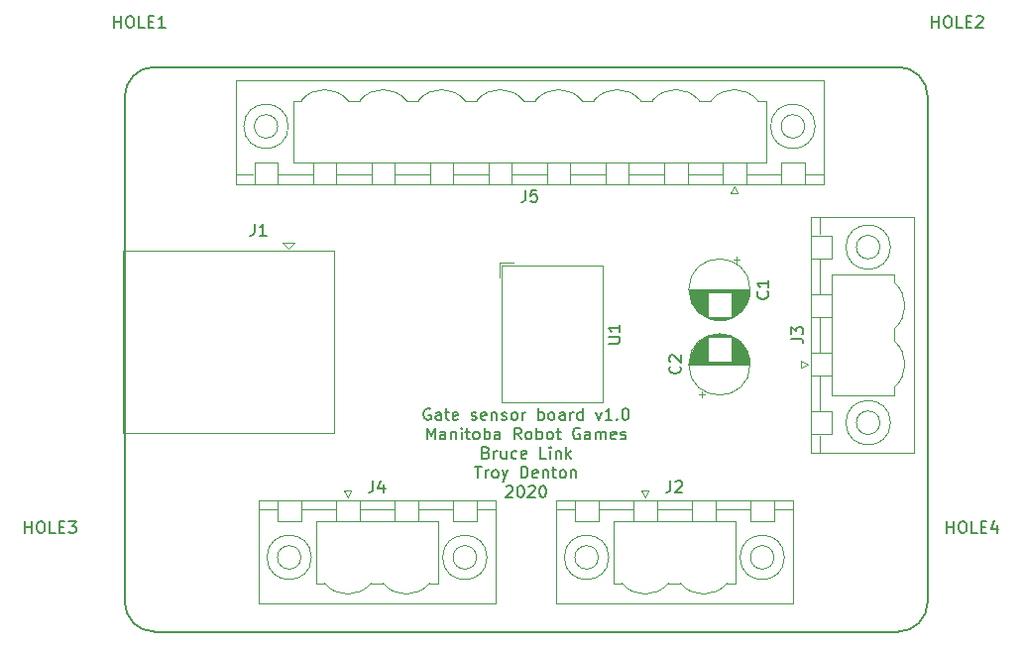
<source format=gbr>
G04 #@! TF.GenerationSoftware,KiCad,Pcbnew,(5.1.4)*
G04 #@! TF.CreationDate,2020-02-25T01:22:36-06:00*
G04 #@! TF.ProjectId,gate board,67617465-2062-46f6-9172-642e6b696361,rev?*
G04 #@! TF.SameCoordinates,Original*
G04 #@! TF.FileFunction,Legend,Top*
G04 #@! TF.FilePolarity,Positive*
%FSLAX46Y46*%
G04 Gerber Fmt 4.6, Leading zero omitted, Abs format (unit mm)*
G04 Created by KiCad (PCBNEW (5.1.4)) date 2020-02-25 01:22:36*
%MOMM*%
%LPD*%
G04 APERTURE LIST*
%ADD10C,0.150000*%
%ADD11C,0.120000*%
%ADD12O,2.200000X3.800000*%
%ADD13C,0.100000*%
%ADD14C,2.200000*%
%ADD15C,1.700000*%
%ADD16R,1.700000X1.700000*%
%ADD17C,3.400000*%
%ADD18C,5.500000*%
%ADD19C,1.800000*%
%ADD20R,1.800000X1.800000*%
%ADD21O,3.800000X2.200000*%
%ADD22O,2.500000X1.700000*%
%ADD23R,2.500000X1.700000*%
G04 APERTURE END LIST*
D10*
X42609523Y-41920000D02*
X42514285Y-41872380D01*
X42371428Y-41872380D01*
X42228571Y-41920000D01*
X42133333Y-42015238D01*
X42085714Y-42110476D01*
X42038095Y-42300952D01*
X42038095Y-42443809D01*
X42085714Y-42634285D01*
X42133333Y-42729523D01*
X42228571Y-42824761D01*
X42371428Y-42872380D01*
X42466666Y-42872380D01*
X42609523Y-42824761D01*
X42657142Y-42777142D01*
X42657142Y-42443809D01*
X42466666Y-42443809D01*
X43514285Y-42872380D02*
X43514285Y-42348571D01*
X43466666Y-42253333D01*
X43371428Y-42205714D01*
X43180952Y-42205714D01*
X43085714Y-42253333D01*
X43514285Y-42824761D02*
X43419047Y-42872380D01*
X43180952Y-42872380D01*
X43085714Y-42824761D01*
X43038095Y-42729523D01*
X43038095Y-42634285D01*
X43085714Y-42539047D01*
X43180952Y-42491428D01*
X43419047Y-42491428D01*
X43514285Y-42443809D01*
X43847619Y-42205714D02*
X44228571Y-42205714D01*
X43990476Y-41872380D02*
X43990476Y-42729523D01*
X44038095Y-42824761D01*
X44133333Y-42872380D01*
X44228571Y-42872380D01*
X44942857Y-42824761D02*
X44847619Y-42872380D01*
X44657142Y-42872380D01*
X44561904Y-42824761D01*
X44514285Y-42729523D01*
X44514285Y-42348571D01*
X44561904Y-42253333D01*
X44657142Y-42205714D01*
X44847619Y-42205714D01*
X44942857Y-42253333D01*
X44990476Y-42348571D01*
X44990476Y-42443809D01*
X44514285Y-42539047D01*
X46133333Y-42824761D02*
X46228571Y-42872380D01*
X46419047Y-42872380D01*
X46514285Y-42824761D01*
X46561904Y-42729523D01*
X46561904Y-42681904D01*
X46514285Y-42586666D01*
X46419047Y-42539047D01*
X46276190Y-42539047D01*
X46180952Y-42491428D01*
X46133333Y-42396190D01*
X46133333Y-42348571D01*
X46180952Y-42253333D01*
X46276190Y-42205714D01*
X46419047Y-42205714D01*
X46514285Y-42253333D01*
X47371428Y-42824761D02*
X47276190Y-42872380D01*
X47085714Y-42872380D01*
X46990476Y-42824761D01*
X46942857Y-42729523D01*
X46942857Y-42348571D01*
X46990476Y-42253333D01*
X47085714Y-42205714D01*
X47276190Y-42205714D01*
X47371428Y-42253333D01*
X47419047Y-42348571D01*
X47419047Y-42443809D01*
X46942857Y-42539047D01*
X47847619Y-42205714D02*
X47847619Y-42872380D01*
X47847619Y-42300952D02*
X47895238Y-42253333D01*
X47990476Y-42205714D01*
X48133333Y-42205714D01*
X48228571Y-42253333D01*
X48276190Y-42348571D01*
X48276190Y-42872380D01*
X48704761Y-42824761D02*
X48800000Y-42872380D01*
X48990476Y-42872380D01*
X49085714Y-42824761D01*
X49133333Y-42729523D01*
X49133333Y-42681904D01*
X49085714Y-42586666D01*
X48990476Y-42539047D01*
X48847619Y-42539047D01*
X48752380Y-42491428D01*
X48704761Y-42396190D01*
X48704761Y-42348571D01*
X48752380Y-42253333D01*
X48847619Y-42205714D01*
X48990476Y-42205714D01*
X49085714Y-42253333D01*
X49704761Y-42872380D02*
X49609523Y-42824761D01*
X49561904Y-42777142D01*
X49514285Y-42681904D01*
X49514285Y-42396190D01*
X49561904Y-42300952D01*
X49609523Y-42253333D01*
X49704761Y-42205714D01*
X49847619Y-42205714D01*
X49942857Y-42253333D01*
X49990476Y-42300952D01*
X50038095Y-42396190D01*
X50038095Y-42681904D01*
X49990476Y-42777142D01*
X49942857Y-42824761D01*
X49847619Y-42872380D01*
X49704761Y-42872380D01*
X50466666Y-42872380D02*
X50466666Y-42205714D01*
X50466666Y-42396190D02*
X50514285Y-42300952D01*
X50561904Y-42253333D01*
X50657142Y-42205714D01*
X50752380Y-42205714D01*
X51847619Y-42872380D02*
X51847619Y-41872380D01*
X51847619Y-42253333D02*
X51942857Y-42205714D01*
X52133333Y-42205714D01*
X52228571Y-42253333D01*
X52276190Y-42300952D01*
X52323809Y-42396190D01*
X52323809Y-42681904D01*
X52276190Y-42777142D01*
X52228571Y-42824761D01*
X52133333Y-42872380D01*
X51942857Y-42872380D01*
X51847619Y-42824761D01*
X52895238Y-42872380D02*
X52800000Y-42824761D01*
X52752380Y-42777142D01*
X52704761Y-42681904D01*
X52704761Y-42396190D01*
X52752380Y-42300952D01*
X52800000Y-42253333D01*
X52895238Y-42205714D01*
X53038095Y-42205714D01*
X53133333Y-42253333D01*
X53180952Y-42300952D01*
X53228571Y-42396190D01*
X53228571Y-42681904D01*
X53180952Y-42777142D01*
X53133333Y-42824761D01*
X53038095Y-42872380D01*
X52895238Y-42872380D01*
X54085714Y-42872380D02*
X54085714Y-42348571D01*
X54038095Y-42253333D01*
X53942857Y-42205714D01*
X53752380Y-42205714D01*
X53657142Y-42253333D01*
X54085714Y-42824761D02*
X53990476Y-42872380D01*
X53752380Y-42872380D01*
X53657142Y-42824761D01*
X53609523Y-42729523D01*
X53609523Y-42634285D01*
X53657142Y-42539047D01*
X53752380Y-42491428D01*
X53990476Y-42491428D01*
X54085714Y-42443809D01*
X54561904Y-42872380D02*
X54561904Y-42205714D01*
X54561904Y-42396190D02*
X54609523Y-42300952D01*
X54657142Y-42253333D01*
X54752380Y-42205714D01*
X54847619Y-42205714D01*
X55609523Y-42872380D02*
X55609523Y-41872380D01*
X55609523Y-42824761D02*
X55514285Y-42872380D01*
X55323809Y-42872380D01*
X55228571Y-42824761D01*
X55180952Y-42777142D01*
X55133333Y-42681904D01*
X55133333Y-42396190D01*
X55180952Y-42300952D01*
X55228571Y-42253333D01*
X55323809Y-42205714D01*
X55514285Y-42205714D01*
X55609523Y-42253333D01*
X56752380Y-42205714D02*
X56990476Y-42872380D01*
X57228571Y-42205714D01*
X58133333Y-42872380D02*
X57561904Y-42872380D01*
X57847619Y-42872380D02*
X57847619Y-41872380D01*
X57752380Y-42015238D01*
X57657142Y-42110476D01*
X57561904Y-42158095D01*
X58561904Y-42777142D02*
X58609523Y-42824761D01*
X58561904Y-42872380D01*
X58514285Y-42824761D01*
X58561904Y-42777142D01*
X58561904Y-42872380D01*
X59228571Y-41872380D02*
X59323809Y-41872380D01*
X59419047Y-41920000D01*
X59466666Y-41967619D01*
X59514285Y-42062857D01*
X59561904Y-42253333D01*
X59561904Y-42491428D01*
X59514285Y-42681904D01*
X59466666Y-42777142D01*
X59419047Y-42824761D01*
X59323809Y-42872380D01*
X59228571Y-42872380D01*
X59133333Y-42824761D01*
X59085714Y-42777142D01*
X59038095Y-42681904D01*
X58990476Y-42491428D01*
X58990476Y-42253333D01*
X59038095Y-42062857D01*
X59085714Y-41967619D01*
X59133333Y-41920000D01*
X59228571Y-41872380D01*
X42323809Y-44522380D02*
X42323809Y-43522380D01*
X42657142Y-44236666D01*
X42990476Y-43522380D01*
X42990476Y-44522380D01*
X43895238Y-44522380D02*
X43895238Y-43998571D01*
X43847619Y-43903333D01*
X43752380Y-43855714D01*
X43561904Y-43855714D01*
X43466666Y-43903333D01*
X43895238Y-44474761D02*
X43800000Y-44522380D01*
X43561904Y-44522380D01*
X43466666Y-44474761D01*
X43419047Y-44379523D01*
X43419047Y-44284285D01*
X43466666Y-44189047D01*
X43561904Y-44141428D01*
X43800000Y-44141428D01*
X43895238Y-44093809D01*
X44371428Y-43855714D02*
X44371428Y-44522380D01*
X44371428Y-43950952D02*
X44419047Y-43903333D01*
X44514285Y-43855714D01*
X44657142Y-43855714D01*
X44752380Y-43903333D01*
X44800000Y-43998571D01*
X44800000Y-44522380D01*
X45276190Y-44522380D02*
X45276190Y-43855714D01*
X45276190Y-43522380D02*
X45228571Y-43570000D01*
X45276190Y-43617619D01*
X45323809Y-43570000D01*
X45276190Y-43522380D01*
X45276190Y-43617619D01*
X45609523Y-43855714D02*
X45990476Y-43855714D01*
X45752380Y-43522380D02*
X45752380Y-44379523D01*
X45800000Y-44474761D01*
X45895238Y-44522380D01*
X45990476Y-44522380D01*
X46466666Y-44522380D02*
X46371428Y-44474761D01*
X46323809Y-44427142D01*
X46276190Y-44331904D01*
X46276190Y-44046190D01*
X46323809Y-43950952D01*
X46371428Y-43903333D01*
X46466666Y-43855714D01*
X46609523Y-43855714D01*
X46704761Y-43903333D01*
X46752380Y-43950952D01*
X46800000Y-44046190D01*
X46800000Y-44331904D01*
X46752380Y-44427142D01*
X46704761Y-44474761D01*
X46609523Y-44522380D01*
X46466666Y-44522380D01*
X47228571Y-44522380D02*
X47228571Y-43522380D01*
X47228571Y-43903333D02*
X47323809Y-43855714D01*
X47514285Y-43855714D01*
X47609523Y-43903333D01*
X47657142Y-43950952D01*
X47704761Y-44046190D01*
X47704761Y-44331904D01*
X47657142Y-44427142D01*
X47609523Y-44474761D01*
X47514285Y-44522380D01*
X47323809Y-44522380D01*
X47228571Y-44474761D01*
X48561904Y-44522380D02*
X48561904Y-43998571D01*
X48514285Y-43903333D01*
X48419047Y-43855714D01*
X48228571Y-43855714D01*
X48133333Y-43903333D01*
X48561904Y-44474761D02*
X48466666Y-44522380D01*
X48228571Y-44522380D01*
X48133333Y-44474761D01*
X48085714Y-44379523D01*
X48085714Y-44284285D01*
X48133333Y-44189047D01*
X48228571Y-44141428D01*
X48466666Y-44141428D01*
X48561904Y-44093809D01*
X50371428Y-44522380D02*
X50038095Y-44046190D01*
X49800000Y-44522380D02*
X49800000Y-43522380D01*
X50180952Y-43522380D01*
X50276190Y-43570000D01*
X50323809Y-43617619D01*
X50371428Y-43712857D01*
X50371428Y-43855714D01*
X50323809Y-43950952D01*
X50276190Y-43998571D01*
X50180952Y-44046190D01*
X49800000Y-44046190D01*
X50942857Y-44522380D02*
X50847619Y-44474761D01*
X50800000Y-44427142D01*
X50752380Y-44331904D01*
X50752380Y-44046190D01*
X50800000Y-43950952D01*
X50847619Y-43903333D01*
X50942857Y-43855714D01*
X51085714Y-43855714D01*
X51180952Y-43903333D01*
X51228571Y-43950952D01*
X51276190Y-44046190D01*
X51276190Y-44331904D01*
X51228571Y-44427142D01*
X51180952Y-44474761D01*
X51085714Y-44522380D01*
X50942857Y-44522380D01*
X51704761Y-44522380D02*
X51704761Y-43522380D01*
X51704761Y-43903333D02*
X51800000Y-43855714D01*
X51990476Y-43855714D01*
X52085714Y-43903333D01*
X52133333Y-43950952D01*
X52180952Y-44046190D01*
X52180952Y-44331904D01*
X52133333Y-44427142D01*
X52085714Y-44474761D01*
X51990476Y-44522380D01*
X51800000Y-44522380D01*
X51704761Y-44474761D01*
X52752380Y-44522380D02*
X52657142Y-44474761D01*
X52609523Y-44427142D01*
X52561904Y-44331904D01*
X52561904Y-44046190D01*
X52609523Y-43950952D01*
X52657142Y-43903333D01*
X52752380Y-43855714D01*
X52895238Y-43855714D01*
X52990476Y-43903333D01*
X53038095Y-43950952D01*
X53085714Y-44046190D01*
X53085714Y-44331904D01*
X53038095Y-44427142D01*
X52990476Y-44474761D01*
X52895238Y-44522380D01*
X52752380Y-44522380D01*
X53371428Y-43855714D02*
X53752380Y-43855714D01*
X53514285Y-43522380D02*
X53514285Y-44379523D01*
X53561904Y-44474761D01*
X53657142Y-44522380D01*
X53752380Y-44522380D01*
X55371428Y-43570000D02*
X55276190Y-43522380D01*
X55133333Y-43522380D01*
X54990476Y-43570000D01*
X54895238Y-43665238D01*
X54847619Y-43760476D01*
X54800000Y-43950952D01*
X54800000Y-44093809D01*
X54847619Y-44284285D01*
X54895238Y-44379523D01*
X54990476Y-44474761D01*
X55133333Y-44522380D01*
X55228571Y-44522380D01*
X55371428Y-44474761D01*
X55419047Y-44427142D01*
X55419047Y-44093809D01*
X55228571Y-44093809D01*
X56276190Y-44522380D02*
X56276190Y-43998571D01*
X56228571Y-43903333D01*
X56133333Y-43855714D01*
X55942857Y-43855714D01*
X55847619Y-43903333D01*
X56276190Y-44474761D02*
X56180952Y-44522380D01*
X55942857Y-44522380D01*
X55847619Y-44474761D01*
X55800000Y-44379523D01*
X55800000Y-44284285D01*
X55847619Y-44189047D01*
X55942857Y-44141428D01*
X56180952Y-44141428D01*
X56276190Y-44093809D01*
X56752380Y-44522380D02*
X56752380Y-43855714D01*
X56752380Y-43950952D02*
X56800000Y-43903333D01*
X56895238Y-43855714D01*
X57038095Y-43855714D01*
X57133333Y-43903333D01*
X57180952Y-43998571D01*
X57180952Y-44522380D01*
X57180952Y-43998571D02*
X57228571Y-43903333D01*
X57323809Y-43855714D01*
X57466666Y-43855714D01*
X57561904Y-43903333D01*
X57609523Y-43998571D01*
X57609523Y-44522380D01*
X58466666Y-44474761D02*
X58371428Y-44522380D01*
X58180952Y-44522380D01*
X58085714Y-44474761D01*
X58038095Y-44379523D01*
X58038095Y-43998571D01*
X58085714Y-43903333D01*
X58180952Y-43855714D01*
X58371428Y-43855714D01*
X58466666Y-43903333D01*
X58514285Y-43998571D01*
X58514285Y-44093809D01*
X58038095Y-44189047D01*
X58895238Y-44474761D02*
X58990476Y-44522380D01*
X59180952Y-44522380D01*
X59276190Y-44474761D01*
X59323809Y-44379523D01*
X59323809Y-44331904D01*
X59276190Y-44236666D01*
X59180952Y-44189047D01*
X59038095Y-44189047D01*
X58942857Y-44141428D01*
X58895238Y-44046190D01*
X58895238Y-43998571D01*
X58942857Y-43903333D01*
X59038095Y-43855714D01*
X59180952Y-43855714D01*
X59276190Y-43903333D01*
X47371428Y-45648571D02*
X47514285Y-45696190D01*
X47561904Y-45743809D01*
X47609523Y-45839047D01*
X47609523Y-45981904D01*
X47561904Y-46077142D01*
X47514285Y-46124761D01*
X47419047Y-46172380D01*
X47038095Y-46172380D01*
X47038095Y-45172380D01*
X47371428Y-45172380D01*
X47466666Y-45220000D01*
X47514285Y-45267619D01*
X47561904Y-45362857D01*
X47561904Y-45458095D01*
X47514285Y-45553333D01*
X47466666Y-45600952D01*
X47371428Y-45648571D01*
X47038095Y-45648571D01*
X48038095Y-46172380D02*
X48038095Y-45505714D01*
X48038095Y-45696190D02*
X48085714Y-45600952D01*
X48133333Y-45553333D01*
X48228571Y-45505714D01*
X48323809Y-45505714D01*
X49085714Y-45505714D02*
X49085714Y-46172380D01*
X48657142Y-45505714D02*
X48657142Y-46029523D01*
X48704761Y-46124761D01*
X48800000Y-46172380D01*
X48942857Y-46172380D01*
X49038095Y-46124761D01*
X49085714Y-46077142D01*
X49990476Y-46124761D02*
X49895238Y-46172380D01*
X49704761Y-46172380D01*
X49609523Y-46124761D01*
X49561904Y-46077142D01*
X49514285Y-45981904D01*
X49514285Y-45696190D01*
X49561904Y-45600952D01*
X49609523Y-45553333D01*
X49704761Y-45505714D01*
X49895238Y-45505714D01*
X49990476Y-45553333D01*
X50800000Y-46124761D02*
X50704761Y-46172380D01*
X50514285Y-46172380D01*
X50419047Y-46124761D01*
X50371428Y-46029523D01*
X50371428Y-45648571D01*
X50419047Y-45553333D01*
X50514285Y-45505714D01*
X50704761Y-45505714D01*
X50800000Y-45553333D01*
X50847619Y-45648571D01*
X50847619Y-45743809D01*
X50371428Y-45839047D01*
X52514285Y-46172380D02*
X52038095Y-46172380D01*
X52038095Y-45172380D01*
X52847619Y-46172380D02*
X52847619Y-45505714D01*
X52847619Y-45172380D02*
X52800000Y-45220000D01*
X52847619Y-45267619D01*
X52895238Y-45220000D01*
X52847619Y-45172380D01*
X52847619Y-45267619D01*
X53323809Y-45505714D02*
X53323809Y-46172380D01*
X53323809Y-45600952D02*
X53371428Y-45553333D01*
X53466666Y-45505714D01*
X53609523Y-45505714D01*
X53704761Y-45553333D01*
X53752380Y-45648571D01*
X53752380Y-46172380D01*
X54228571Y-46172380D02*
X54228571Y-45172380D01*
X54323809Y-45791428D02*
X54609523Y-46172380D01*
X54609523Y-45505714D02*
X54228571Y-45886666D01*
X46419047Y-46822380D02*
X46990476Y-46822380D01*
X46704761Y-47822380D02*
X46704761Y-46822380D01*
X47323809Y-47822380D02*
X47323809Y-47155714D01*
X47323809Y-47346190D02*
X47371428Y-47250952D01*
X47419047Y-47203333D01*
X47514285Y-47155714D01*
X47609523Y-47155714D01*
X48085714Y-47822380D02*
X47990476Y-47774761D01*
X47942857Y-47727142D01*
X47895238Y-47631904D01*
X47895238Y-47346190D01*
X47942857Y-47250952D01*
X47990476Y-47203333D01*
X48085714Y-47155714D01*
X48228571Y-47155714D01*
X48323809Y-47203333D01*
X48371428Y-47250952D01*
X48419047Y-47346190D01*
X48419047Y-47631904D01*
X48371428Y-47727142D01*
X48323809Y-47774761D01*
X48228571Y-47822380D01*
X48085714Y-47822380D01*
X48752380Y-47155714D02*
X48990476Y-47822380D01*
X49228571Y-47155714D02*
X48990476Y-47822380D01*
X48895238Y-48060476D01*
X48847619Y-48108095D01*
X48752380Y-48155714D01*
X50371428Y-47822380D02*
X50371428Y-46822380D01*
X50609523Y-46822380D01*
X50752380Y-46870000D01*
X50847619Y-46965238D01*
X50895238Y-47060476D01*
X50942857Y-47250952D01*
X50942857Y-47393809D01*
X50895238Y-47584285D01*
X50847619Y-47679523D01*
X50752380Y-47774761D01*
X50609523Y-47822380D01*
X50371428Y-47822380D01*
X51752380Y-47774761D02*
X51657142Y-47822380D01*
X51466666Y-47822380D01*
X51371428Y-47774761D01*
X51323809Y-47679523D01*
X51323809Y-47298571D01*
X51371428Y-47203333D01*
X51466666Y-47155714D01*
X51657142Y-47155714D01*
X51752380Y-47203333D01*
X51800000Y-47298571D01*
X51800000Y-47393809D01*
X51323809Y-47489047D01*
X52228571Y-47155714D02*
X52228571Y-47822380D01*
X52228571Y-47250952D02*
X52276190Y-47203333D01*
X52371428Y-47155714D01*
X52514285Y-47155714D01*
X52609523Y-47203333D01*
X52657142Y-47298571D01*
X52657142Y-47822380D01*
X52990476Y-47155714D02*
X53371428Y-47155714D01*
X53133333Y-46822380D02*
X53133333Y-47679523D01*
X53180952Y-47774761D01*
X53276190Y-47822380D01*
X53371428Y-47822380D01*
X53847619Y-47822380D02*
X53752380Y-47774761D01*
X53704761Y-47727142D01*
X53657142Y-47631904D01*
X53657142Y-47346190D01*
X53704761Y-47250952D01*
X53752380Y-47203333D01*
X53847619Y-47155714D01*
X53990476Y-47155714D01*
X54085714Y-47203333D01*
X54133333Y-47250952D01*
X54180952Y-47346190D01*
X54180952Y-47631904D01*
X54133333Y-47727142D01*
X54085714Y-47774761D01*
X53990476Y-47822380D01*
X53847619Y-47822380D01*
X54609523Y-47155714D02*
X54609523Y-47822380D01*
X54609523Y-47250952D02*
X54657142Y-47203333D01*
X54752380Y-47155714D01*
X54895238Y-47155714D01*
X54990476Y-47203333D01*
X55038095Y-47298571D01*
X55038095Y-47822380D01*
X49085714Y-48567619D02*
X49133333Y-48520000D01*
X49228571Y-48472380D01*
X49466666Y-48472380D01*
X49561904Y-48520000D01*
X49609523Y-48567619D01*
X49657142Y-48662857D01*
X49657142Y-48758095D01*
X49609523Y-48900952D01*
X49038095Y-49472380D01*
X49657142Y-49472380D01*
X50276190Y-48472380D02*
X50371428Y-48472380D01*
X50466666Y-48520000D01*
X50514285Y-48567619D01*
X50561904Y-48662857D01*
X50609523Y-48853333D01*
X50609523Y-49091428D01*
X50561904Y-49281904D01*
X50514285Y-49377142D01*
X50466666Y-49424761D01*
X50371428Y-49472380D01*
X50276190Y-49472380D01*
X50180952Y-49424761D01*
X50133333Y-49377142D01*
X50085714Y-49281904D01*
X50038095Y-49091428D01*
X50038095Y-48853333D01*
X50085714Y-48662857D01*
X50133333Y-48567619D01*
X50180952Y-48520000D01*
X50276190Y-48472380D01*
X50990476Y-48567619D02*
X51038095Y-48520000D01*
X51133333Y-48472380D01*
X51371428Y-48472380D01*
X51466666Y-48520000D01*
X51514285Y-48567619D01*
X51561904Y-48662857D01*
X51561904Y-48758095D01*
X51514285Y-48900952D01*
X50942857Y-49472380D01*
X51561904Y-49472380D01*
X52180952Y-48472380D02*
X52276190Y-48472380D01*
X52371428Y-48520000D01*
X52419047Y-48567619D01*
X52466666Y-48662857D01*
X52514285Y-48853333D01*
X52514285Y-49091428D01*
X52466666Y-49281904D01*
X52419047Y-49377142D01*
X52371428Y-49424761D01*
X52276190Y-49472380D01*
X52180952Y-49472380D01*
X52085714Y-49424761D01*
X52038095Y-49377142D01*
X51990476Y-49281904D01*
X51942857Y-49091428D01*
X51942857Y-48853333D01*
X51990476Y-48662857D01*
X52038095Y-48567619D01*
X52085714Y-48520000D01*
X52180952Y-48472380D01*
X85090000Y-58420000D02*
G75*
G02X82550000Y-60960000I-2540000J0D01*
G01*
X19050000Y-60960000D02*
G75*
G02X16510000Y-58420000I0J2540000D01*
G01*
X16510000Y-15240000D02*
G75*
G02X19050000Y-12700000I2540000J0D01*
G01*
X82550000Y-12700000D02*
G75*
G02X85090000Y-15240000I0J-2540000D01*
G01*
X16510000Y-58420000D02*
X16510000Y-15240000D01*
X82550000Y-60960000D02*
X19050000Y-60960000D01*
X85090000Y-15240000D02*
X85090000Y-58420000D01*
X19050000Y-12700000D02*
X82550000Y-12700000D01*
D11*
X60660000Y-48900000D02*
X61260000Y-48900000D01*
X60960000Y-49500000D02*
X60660000Y-48900000D01*
X61260000Y-48900000D02*
X60960000Y-49500000D01*
X68660000Y-56810000D02*
X67960000Y-56810000D01*
X68660000Y-51510000D02*
X68660000Y-56810000D01*
X58260000Y-51510000D02*
X68660000Y-51510000D01*
X58260000Y-56810000D02*
X58260000Y-51510000D01*
X58960000Y-56810000D02*
X58260000Y-56810000D01*
X62960000Y-56810000D02*
X63960000Y-56810000D01*
X66960000Y-51510000D02*
X64960000Y-51510000D01*
X66960000Y-49700000D02*
X66960000Y-51510000D01*
X64960000Y-49700000D02*
X66960000Y-49700000D01*
X64960000Y-51510000D02*
X64960000Y-49700000D01*
X61960000Y-51510000D02*
X59960000Y-51510000D01*
X61960000Y-49700000D02*
X61960000Y-51510000D01*
X59960000Y-49700000D02*
X61960000Y-49700000D01*
X59960000Y-51510000D02*
X59960000Y-49700000D01*
X66960000Y-50510000D02*
X69960000Y-50510000D01*
X56960000Y-50510000D02*
X59960000Y-50510000D01*
X71960000Y-51510000D02*
X69960000Y-51510000D01*
X71960000Y-49700000D02*
X71960000Y-51510000D01*
X69960000Y-49700000D02*
X71960000Y-49700000D01*
X69960000Y-51510000D02*
X69960000Y-49700000D01*
X56960000Y-51510000D02*
X54960000Y-51510000D01*
X56960000Y-49700000D02*
X56960000Y-51510000D01*
X54960000Y-49700000D02*
X56960000Y-49700000D01*
X54960000Y-51510000D02*
X54960000Y-49700000D01*
X61960000Y-50510000D02*
X64960000Y-50510000D01*
X73570000Y-50510000D02*
X72070000Y-50510000D01*
X53350000Y-50510000D02*
X54850000Y-50510000D01*
X73570000Y-49700000D02*
X53350000Y-49700000D01*
X73570000Y-58520000D02*
X73570000Y-49700000D01*
X53350000Y-58520000D02*
X73570000Y-58520000D01*
X53350000Y-49700000D02*
X53350000Y-58520000D01*
X71960000Y-54610000D02*
G75*
G03X71960000Y-54610000I-1000000J0D01*
G01*
X56960000Y-54610000D02*
G75*
G03X56960000Y-54610000I-1000000J0D01*
G01*
X72860000Y-54610000D02*
G75*
G03X72860000Y-54610000I-1900000J0D01*
G01*
X57860000Y-54610000D02*
G75*
G03X57860000Y-54610000I-1900000J0D01*
G01*
X67946841Y-56825821D02*
G75*
G02X63960000Y-56810000I-1986841J1665821D01*
G01*
X62946841Y-56825821D02*
G75*
G02X58960000Y-56810000I-1986841J1665821D01*
G01*
X34360000Y-28435000D02*
X16400000Y-28435000D01*
X34360000Y-43955000D02*
X34360000Y-28435000D01*
X34360000Y-43955000D02*
X16400000Y-43955000D01*
X16400000Y-28435000D02*
X16400000Y-43955000D01*
X30480000Y-28250000D02*
X30980000Y-27750000D01*
X30980000Y-27750000D02*
X29980000Y-27750000D01*
X29980000Y-27750000D02*
X30480000Y-28250000D01*
X65585000Y-40674775D02*
X66085000Y-40674775D01*
X65835000Y-40924775D02*
X65835000Y-40424775D01*
X67026000Y-35519000D02*
X67594000Y-35519000D01*
X66792000Y-35559000D02*
X67828000Y-35559000D01*
X66633000Y-35599000D02*
X67987000Y-35599000D01*
X66505000Y-35639000D02*
X68115000Y-35639000D01*
X66395000Y-35679000D02*
X68225000Y-35679000D01*
X66299000Y-35719000D02*
X68321000Y-35719000D01*
X66212000Y-35759000D02*
X68408000Y-35759000D01*
X66132000Y-35799000D02*
X68488000Y-35799000D01*
X68350000Y-35839000D02*
X68561000Y-35839000D01*
X66059000Y-35839000D02*
X66270000Y-35839000D01*
X68350000Y-35879000D02*
X68629000Y-35879000D01*
X65991000Y-35879000D02*
X66270000Y-35879000D01*
X68350000Y-35919000D02*
X68693000Y-35919000D01*
X65927000Y-35919000D02*
X66270000Y-35919000D01*
X68350000Y-35959000D02*
X68753000Y-35959000D01*
X65867000Y-35959000D02*
X66270000Y-35959000D01*
X68350000Y-35999000D02*
X68810000Y-35999000D01*
X65810000Y-35999000D02*
X66270000Y-35999000D01*
X68350000Y-36039000D02*
X68864000Y-36039000D01*
X65756000Y-36039000D02*
X66270000Y-36039000D01*
X68350000Y-36079000D02*
X68915000Y-36079000D01*
X65705000Y-36079000D02*
X66270000Y-36079000D01*
X68350000Y-36119000D02*
X68963000Y-36119000D01*
X65657000Y-36119000D02*
X66270000Y-36119000D01*
X68350000Y-36159000D02*
X69009000Y-36159000D01*
X65611000Y-36159000D02*
X66270000Y-36159000D01*
X68350000Y-36199000D02*
X69053000Y-36199000D01*
X65567000Y-36199000D02*
X66270000Y-36199000D01*
X68350000Y-36239000D02*
X69095000Y-36239000D01*
X65525000Y-36239000D02*
X66270000Y-36239000D01*
X68350000Y-36279000D02*
X69136000Y-36279000D01*
X65484000Y-36279000D02*
X66270000Y-36279000D01*
X68350000Y-36319000D02*
X69174000Y-36319000D01*
X65446000Y-36319000D02*
X66270000Y-36319000D01*
X68350000Y-36359000D02*
X69211000Y-36359000D01*
X65409000Y-36359000D02*
X66270000Y-36359000D01*
X68350000Y-36399000D02*
X69247000Y-36399000D01*
X65373000Y-36399000D02*
X66270000Y-36399000D01*
X68350000Y-36439000D02*
X69281000Y-36439000D01*
X65339000Y-36439000D02*
X66270000Y-36439000D01*
X68350000Y-36479000D02*
X69314000Y-36479000D01*
X65306000Y-36479000D02*
X66270000Y-36479000D01*
X68350000Y-36519000D02*
X69345000Y-36519000D01*
X65275000Y-36519000D02*
X66270000Y-36519000D01*
X68350000Y-36559000D02*
X69375000Y-36559000D01*
X65245000Y-36559000D02*
X66270000Y-36559000D01*
X68350000Y-36599000D02*
X69405000Y-36599000D01*
X65215000Y-36599000D02*
X66270000Y-36599000D01*
X68350000Y-36639000D02*
X69432000Y-36639000D01*
X65188000Y-36639000D02*
X66270000Y-36639000D01*
X68350000Y-36679000D02*
X69459000Y-36679000D01*
X65161000Y-36679000D02*
X66270000Y-36679000D01*
X68350000Y-36719000D02*
X69485000Y-36719000D01*
X65135000Y-36719000D02*
X66270000Y-36719000D01*
X68350000Y-36759000D02*
X69510000Y-36759000D01*
X65110000Y-36759000D02*
X66270000Y-36759000D01*
X68350000Y-36799000D02*
X69534000Y-36799000D01*
X65086000Y-36799000D02*
X66270000Y-36799000D01*
X68350000Y-36839000D02*
X69557000Y-36839000D01*
X65063000Y-36839000D02*
X66270000Y-36839000D01*
X68350000Y-36879000D02*
X69578000Y-36879000D01*
X65042000Y-36879000D02*
X66270000Y-36879000D01*
X68350000Y-36919000D02*
X69600000Y-36919000D01*
X65020000Y-36919000D02*
X66270000Y-36919000D01*
X68350000Y-36959000D02*
X69620000Y-36959000D01*
X65000000Y-36959000D02*
X66270000Y-36959000D01*
X68350000Y-36999000D02*
X69639000Y-36999000D01*
X64981000Y-36999000D02*
X66270000Y-36999000D01*
X68350000Y-37039000D02*
X69658000Y-37039000D01*
X64962000Y-37039000D02*
X66270000Y-37039000D01*
X68350000Y-37079000D02*
X69675000Y-37079000D01*
X64945000Y-37079000D02*
X66270000Y-37079000D01*
X68350000Y-37119000D02*
X69692000Y-37119000D01*
X64928000Y-37119000D02*
X66270000Y-37119000D01*
X68350000Y-37159000D02*
X69708000Y-37159000D01*
X64912000Y-37159000D02*
X66270000Y-37159000D01*
X68350000Y-37199000D02*
X69724000Y-37199000D01*
X64896000Y-37199000D02*
X66270000Y-37199000D01*
X68350000Y-37239000D02*
X69738000Y-37239000D01*
X64882000Y-37239000D02*
X66270000Y-37239000D01*
X68350000Y-37279000D02*
X69752000Y-37279000D01*
X64868000Y-37279000D02*
X66270000Y-37279000D01*
X68350000Y-37319000D02*
X69765000Y-37319000D01*
X64855000Y-37319000D02*
X66270000Y-37319000D01*
X68350000Y-37359000D02*
X69778000Y-37359000D01*
X64842000Y-37359000D02*
X66270000Y-37359000D01*
X68350000Y-37399000D02*
X69790000Y-37399000D01*
X64830000Y-37399000D02*
X66270000Y-37399000D01*
X68350000Y-37440000D02*
X69801000Y-37440000D01*
X64819000Y-37440000D02*
X66270000Y-37440000D01*
X68350000Y-37480000D02*
X69811000Y-37480000D01*
X64809000Y-37480000D02*
X66270000Y-37480000D01*
X68350000Y-37520000D02*
X69821000Y-37520000D01*
X64799000Y-37520000D02*
X66270000Y-37520000D01*
X68350000Y-37560000D02*
X69830000Y-37560000D01*
X64790000Y-37560000D02*
X66270000Y-37560000D01*
X68350000Y-37600000D02*
X69838000Y-37600000D01*
X64782000Y-37600000D02*
X66270000Y-37600000D01*
X68350000Y-37640000D02*
X69846000Y-37640000D01*
X64774000Y-37640000D02*
X66270000Y-37640000D01*
X68350000Y-37680000D02*
X69853000Y-37680000D01*
X64767000Y-37680000D02*
X66270000Y-37680000D01*
X68350000Y-37720000D02*
X69860000Y-37720000D01*
X64760000Y-37720000D02*
X66270000Y-37720000D01*
X68350000Y-37760000D02*
X69866000Y-37760000D01*
X64754000Y-37760000D02*
X66270000Y-37760000D01*
X68350000Y-37800000D02*
X69871000Y-37800000D01*
X64749000Y-37800000D02*
X66270000Y-37800000D01*
X68350000Y-37840000D02*
X69875000Y-37840000D01*
X64745000Y-37840000D02*
X66270000Y-37840000D01*
X68350000Y-37880000D02*
X69879000Y-37880000D01*
X64741000Y-37880000D02*
X66270000Y-37880000D01*
X64737000Y-37920000D02*
X69883000Y-37920000D01*
X64734000Y-37960000D02*
X69886000Y-37960000D01*
X64732000Y-38000000D02*
X69888000Y-38000000D01*
X64731000Y-38040000D02*
X69889000Y-38040000D01*
X64730000Y-38080000D02*
X69890000Y-38080000D01*
X64730000Y-38120000D02*
X69890000Y-38120000D01*
X69930000Y-38120000D02*
G75*
G03X69930000Y-38120000I-2620000J0D01*
G01*
X69035000Y-29175225D02*
X68535000Y-29175225D01*
X68785000Y-28925225D02*
X68785000Y-29425225D01*
X67594000Y-34331000D02*
X67026000Y-34331000D01*
X67828000Y-34291000D02*
X66792000Y-34291000D01*
X67987000Y-34251000D02*
X66633000Y-34251000D01*
X68115000Y-34211000D02*
X66505000Y-34211000D01*
X68225000Y-34171000D02*
X66395000Y-34171000D01*
X68321000Y-34131000D02*
X66299000Y-34131000D01*
X68408000Y-34091000D02*
X66212000Y-34091000D01*
X68488000Y-34051000D02*
X66132000Y-34051000D01*
X66270000Y-34011000D02*
X66059000Y-34011000D01*
X68561000Y-34011000D02*
X68350000Y-34011000D01*
X66270000Y-33971000D02*
X65991000Y-33971000D01*
X68629000Y-33971000D02*
X68350000Y-33971000D01*
X66270000Y-33931000D02*
X65927000Y-33931000D01*
X68693000Y-33931000D02*
X68350000Y-33931000D01*
X66270000Y-33891000D02*
X65867000Y-33891000D01*
X68753000Y-33891000D02*
X68350000Y-33891000D01*
X66270000Y-33851000D02*
X65810000Y-33851000D01*
X68810000Y-33851000D02*
X68350000Y-33851000D01*
X66270000Y-33811000D02*
X65756000Y-33811000D01*
X68864000Y-33811000D02*
X68350000Y-33811000D01*
X66270000Y-33771000D02*
X65705000Y-33771000D01*
X68915000Y-33771000D02*
X68350000Y-33771000D01*
X66270000Y-33731000D02*
X65657000Y-33731000D01*
X68963000Y-33731000D02*
X68350000Y-33731000D01*
X66270000Y-33691000D02*
X65611000Y-33691000D01*
X69009000Y-33691000D02*
X68350000Y-33691000D01*
X66270000Y-33651000D02*
X65567000Y-33651000D01*
X69053000Y-33651000D02*
X68350000Y-33651000D01*
X66270000Y-33611000D02*
X65525000Y-33611000D01*
X69095000Y-33611000D02*
X68350000Y-33611000D01*
X66270000Y-33571000D02*
X65484000Y-33571000D01*
X69136000Y-33571000D02*
X68350000Y-33571000D01*
X66270000Y-33531000D02*
X65446000Y-33531000D01*
X69174000Y-33531000D02*
X68350000Y-33531000D01*
X66270000Y-33491000D02*
X65409000Y-33491000D01*
X69211000Y-33491000D02*
X68350000Y-33491000D01*
X66270000Y-33451000D02*
X65373000Y-33451000D01*
X69247000Y-33451000D02*
X68350000Y-33451000D01*
X66270000Y-33411000D02*
X65339000Y-33411000D01*
X69281000Y-33411000D02*
X68350000Y-33411000D01*
X66270000Y-33371000D02*
X65306000Y-33371000D01*
X69314000Y-33371000D02*
X68350000Y-33371000D01*
X66270000Y-33331000D02*
X65275000Y-33331000D01*
X69345000Y-33331000D02*
X68350000Y-33331000D01*
X66270000Y-33291000D02*
X65245000Y-33291000D01*
X69375000Y-33291000D02*
X68350000Y-33291000D01*
X66270000Y-33251000D02*
X65215000Y-33251000D01*
X69405000Y-33251000D02*
X68350000Y-33251000D01*
X66270000Y-33211000D02*
X65188000Y-33211000D01*
X69432000Y-33211000D02*
X68350000Y-33211000D01*
X66270000Y-33171000D02*
X65161000Y-33171000D01*
X69459000Y-33171000D02*
X68350000Y-33171000D01*
X66270000Y-33131000D02*
X65135000Y-33131000D01*
X69485000Y-33131000D02*
X68350000Y-33131000D01*
X66270000Y-33091000D02*
X65110000Y-33091000D01*
X69510000Y-33091000D02*
X68350000Y-33091000D01*
X66270000Y-33051000D02*
X65086000Y-33051000D01*
X69534000Y-33051000D02*
X68350000Y-33051000D01*
X66270000Y-33011000D02*
X65063000Y-33011000D01*
X69557000Y-33011000D02*
X68350000Y-33011000D01*
X66270000Y-32971000D02*
X65042000Y-32971000D01*
X69578000Y-32971000D02*
X68350000Y-32971000D01*
X66270000Y-32931000D02*
X65020000Y-32931000D01*
X69600000Y-32931000D02*
X68350000Y-32931000D01*
X66270000Y-32891000D02*
X65000000Y-32891000D01*
X69620000Y-32891000D02*
X68350000Y-32891000D01*
X66270000Y-32851000D02*
X64981000Y-32851000D01*
X69639000Y-32851000D02*
X68350000Y-32851000D01*
X66270000Y-32811000D02*
X64962000Y-32811000D01*
X69658000Y-32811000D02*
X68350000Y-32811000D01*
X66270000Y-32771000D02*
X64945000Y-32771000D01*
X69675000Y-32771000D02*
X68350000Y-32771000D01*
X66270000Y-32731000D02*
X64928000Y-32731000D01*
X69692000Y-32731000D02*
X68350000Y-32731000D01*
X66270000Y-32691000D02*
X64912000Y-32691000D01*
X69708000Y-32691000D02*
X68350000Y-32691000D01*
X66270000Y-32651000D02*
X64896000Y-32651000D01*
X69724000Y-32651000D02*
X68350000Y-32651000D01*
X66270000Y-32611000D02*
X64882000Y-32611000D01*
X69738000Y-32611000D02*
X68350000Y-32611000D01*
X66270000Y-32571000D02*
X64868000Y-32571000D01*
X69752000Y-32571000D02*
X68350000Y-32571000D01*
X66270000Y-32531000D02*
X64855000Y-32531000D01*
X69765000Y-32531000D02*
X68350000Y-32531000D01*
X66270000Y-32491000D02*
X64842000Y-32491000D01*
X69778000Y-32491000D02*
X68350000Y-32491000D01*
X66270000Y-32451000D02*
X64830000Y-32451000D01*
X69790000Y-32451000D02*
X68350000Y-32451000D01*
X66270000Y-32410000D02*
X64819000Y-32410000D01*
X69801000Y-32410000D02*
X68350000Y-32410000D01*
X66270000Y-32370000D02*
X64809000Y-32370000D01*
X69811000Y-32370000D02*
X68350000Y-32370000D01*
X66270000Y-32330000D02*
X64799000Y-32330000D01*
X69821000Y-32330000D02*
X68350000Y-32330000D01*
X66270000Y-32290000D02*
X64790000Y-32290000D01*
X69830000Y-32290000D02*
X68350000Y-32290000D01*
X66270000Y-32250000D02*
X64782000Y-32250000D01*
X69838000Y-32250000D02*
X68350000Y-32250000D01*
X66270000Y-32210000D02*
X64774000Y-32210000D01*
X69846000Y-32210000D02*
X68350000Y-32210000D01*
X66270000Y-32170000D02*
X64767000Y-32170000D01*
X69853000Y-32170000D02*
X68350000Y-32170000D01*
X66270000Y-32130000D02*
X64760000Y-32130000D01*
X69860000Y-32130000D02*
X68350000Y-32130000D01*
X66270000Y-32090000D02*
X64754000Y-32090000D01*
X69866000Y-32090000D02*
X68350000Y-32090000D01*
X66270000Y-32050000D02*
X64749000Y-32050000D01*
X69871000Y-32050000D02*
X68350000Y-32050000D01*
X66270000Y-32010000D02*
X64745000Y-32010000D01*
X69875000Y-32010000D02*
X68350000Y-32010000D01*
X66270000Y-31970000D02*
X64741000Y-31970000D01*
X69879000Y-31970000D02*
X68350000Y-31970000D01*
X69883000Y-31930000D02*
X64737000Y-31930000D01*
X69886000Y-31890000D02*
X64734000Y-31890000D01*
X69888000Y-31850000D02*
X64732000Y-31850000D01*
X69889000Y-31810000D02*
X64731000Y-31810000D01*
X69890000Y-31770000D02*
X64730000Y-31770000D01*
X69890000Y-31730000D02*
X64730000Y-31730000D01*
X69930000Y-31730000D02*
G75*
G03X69930000Y-31730000I-2620000J0D01*
G01*
X35260000Y-48900000D02*
X35860000Y-48900000D01*
X35560000Y-49500000D02*
X35260000Y-48900000D01*
X35860000Y-48900000D02*
X35560000Y-49500000D01*
X43260000Y-56810000D02*
X42560000Y-56810000D01*
X43260000Y-51510000D02*
X43260000Y-56810000D01*
X32860000Y-51510000D02*
X43260000Y-51510000D01*
X32860000Y-56810000D02*
X32860000Y-51510000D01*
X33560000Y-56810000D02*
X32860000Y-56810000D01*
X37560000Y-56810000D02*
X38560000Y-56810000D01*
X41560000Y-51510000D02*
X39560000Y-51510000D01*
X41560000Y-49700000D02*
X41560000Y-51510000D01*
X39560000Y-49700000D02*
X41560000Y-49700000D01*
X39560000Y-51510000D02*
X39560000Y-49700000D01*
X36560000Y-51510000D02*
X34560000Y-51510000D01*
X36560000Y-49700000D02*
X36560000Y-51510000D01*
X34560000Y-49700000D02*
X36560000Y-49700000D01*
X34560000Y-51510000D02*
X34560000Y-49700000D01*
X41560000Y-50510000D02*
X44560000Y-50510000D01*
X31560000Y-50510000D02*
X34560000Y-50510000D01*
X46560000Y-51510000D02*
X44560000Y-51510000D01*
X46560000Y-49700000D02*
X46560000Y-51510000D01*
X44560000Y-49700000D02*
X46560000Y-49700000D01*
X44560000Y-51510000D02*
X44560000Y-49700000D01*
X31560000Y-51510000D02*
X29560000Y-51510000D01*
X31560000Y-49700000D02*
X31560000Y-51510000D01*
X29560000Y-49700000D02*
X31560000Y-49700000D01*
X29560000Y-51510000D02*
X29560000Y-49700000D01*
X36560000Y-50510000D02*
X39560000Y-50510000D01*
X48170000Y-50510000D02*
X46670000Y-50510000D01*
X27950000Y-50510000D02*
X29450000Y-50510000D01*
X48170000Y-49700000D02*
X27950000Y-49700000D01*
X48170000Y-58520000D02*
X48170000Y-49700000D01*
X27950000Y-58520000D02*
X48170000Y-58520000D01*
X27950000Y-49700000D02*
X27950000Y-58520000D01*
X46560000Y-54610000D02*
G75*
G03X46560000Y-54610000I-1000000J0D01*
G01*
X31560000Y-54610000D02*
G75*
G03X31560000Y-54610000I-1000000J0D01*
G01*
X47460000Y-54610000D02*
G75*
G03X47460000Y-54610000I-1900000J0D01*
G01*
X32460000Y-54610000D02*
G75*
G03X32460000Y-54610000I-1900000J0D01*
G01*
X42546841Y-56825821D02*
G75*
G02X38560000Y-56810000I-1986841J1665821D01*
G01*
X37546841Y-56825821D02*
G75*
G02X33560000Y-56810000I-1986841J1665821D01*
G01*
X74300000Y-38400000D02*
X74300000Y-37800000D01*
X74900000Y-38100000D02*
X74300000Y-38400000D01*
X74300000Y-37800000D02*
X74900000Y-38100000D01*
X82210000Y-30400000D02*
X82210000Y-31100000D01*
X76910000Y-30400000D02*
X82210000Y-30400000D01*
X76910000Y-40800000D02*
X76910000Y-30400000D01*
X82210000Y-40800000D02*
X76910000Y-40800000D01*
X82210000Y-40100000D02*
X82210000Y-40800000D01*
X82210000Y-36100000D02*
X82210000Y-35100000D01*
X76910000Y-32100000D02*
X76910000Y-34100000D01*
X75100000Y-32100000D02*
X76910000Y-32100000D01*
X75100000Y-34100000D02*
X75100000Y-32100000D01*
X76910000Y-34100000D02*
X75100000Y-34100000D01*
X76910000Y-37100000D02*
X76910000Y-39100000D01*
X75100000Y-37100000D02*
X76910000Y-37100000D01*
X75100000Y-39100000D02*
X75100000Y-37100000D01*
X76910000Y-39100000D02*
X75100000Y-39100000D01*
X75910000Y-32100000D02*
X75910000Y-29100000D01*
X75910000Y-42100000D02*
X75910000Y-39100000D01*
X76910000Y-27100000D02*
X76910000Y-29100000D01*
X75100000Y-27100000D02*
X76910000Y-27100000D01*
X75100000Y-29100000D02*
X75100000Y-27100000D01*
X76910000Y-29100000D02*
X75100000Y-29100000D01*
X76910000Y-42100000D02*
X76910000Y-44100000D01*
X75100000Y-42100000D02*
X76910000Y-42100000D01*
X75100000Y-44100000D02*
X75100000Y-42100000D01*
X76910000Y-44100000D02*
X75100000Y-44100000D01*
X75910000Y-37100000D02*
X75910000Y-34100000D01*
X75910000Y-25490000D02*
X75910000Y-26990000D01*
X75910000Y-45710000D02*
X75910000Y-44210000D01*
X75100000Y-25490000D02*
X75100000Y-45710000D01*
X83920000Y-25490000D02*
X75100000Y-25490000D01*
X83920000Y-45710000D02*
X83920000Y-25490000D01*
X75100000Y-45710000D02*
X83920000Y-45710000D01*
X81010000Y-28100000D02*
G75*
G03X81010000Y-28100000I-1000000J0D01*
G01*
X81010000Y-43100000D02*
G75*
G03X81010000Y-43100000I-1000000J0D01*
G01*
X81910000Y-28100000D02*
G75*
G03X81910000Y-28100000I-1900000J0D01*
G01*
X81910000Y-43100000D02*
G75*
G03X81910000Y-43100000I-1900000J0D01*
G01*
X82225821Y-31113159D02*
G75*
G02X82210000Y-35100000I-1665821J-1986841D01*
G01*
X82225821Y-36113159D02*
G75*
G02X82210000Y-40100000I-1665821J-1986841D01*
G01*
X68880000Y-23490000D02*
X68280000Y-23490000D01*
X68580000Y-22890000D02*
X68880000Y-23490000D01*
X68280000Y-23490000D02*
X68580000Y-22890000D01*
X30880000Y-15580000D02*
X31580000Y-15580000D01*
X30880000Y-20880000D02*
X30880000Y-15580000D01*
X71280000Y-20880000D02*
X30880000Y-20880000D01*
X71280000Y-15580000D02*
X71280000Y-20880000D01*
X70580000Y-15580000D02*
X71280000Y-15580000D01*
X36580000Y-15580000D02*
X35580000Y-15580000D01*
X41580000Y-15580000D02*
X40580000Y-15580000D01*
X46580000Y-15580000D02*
X45580000Y-15580000D01*
X51580000Y-15580000D02*
X50580000Y-15580000D01*
X56580000Y-15580000D02*
X55580000Y-15580000D01*
X61580000Y-15580000D02*
X60580000Y-15580000D01*
X66580000Y-15580000D02*
X65580000Y-15580000D01*
X32580000Y-20880000D02*
X34580000Y-20880000D01*
X32580000Y-22690000D02*
X32580000Y-20880000D01*
X34580000Y-22690000D02*
X32580000Y-22690000D01*
X34580000Y-20880000D02*
X34580000Y-22690000D01*
X37580000Y-20880000D02*
X39580000Y-20880000D01*
X37580000Y-22690000D02*
X37580000Y-20880000D01*
X39580000Y-22690000D02*
X37580000Y-22690000D01*
X39580000Y-20880000D02*
X39580000Y-22690000D01*
X42580000Y-20880000D02*
X44580000Y-20880000D01*
X42580000Y-22690000D02*
X42580000Y-20880000D01*
X44580000Y-22690000D02*
X42580000Y-22690000D01*
X44580000Y-20880000D02*
X44580000Y-22690000D01*
X47580000Y-20880000D02*
X49580000Y-20880000D01*
X47580000Y-22690000D02*
X47580000Y-20880000D01*
X49580000Y-22690000D02*
X47580000Y-22690000D01*
X49580000Y-20880000D02*
X49580000Y-22690000D01*
X52580000Y-20880000D02*
X54580000Y-20880000D01*
X52580000Y-22690000D02*
X52580000Y-20880000D01*
X54580000Y-22690000D02*
X52580000Y-22690000D01*
X54580000Y-20880000D02*
X54580000Y-22690000D01*
X57580000Y-20880000D02*
X59580000Y-20880000D01*
X57580000Y-22690000D02*
X57580000Y-20880000D01*
X59580000Y-22690000D02*
X57580000Y-22690000D01*
X59580000Y-20880000D02*
X59580000Y-22690000D01*
X62580000Y-20880000D02*
X64580000Y-20880000D01*
X62580000Y-22690000D02*
X62580000Y-20880000D01*
X64580000Y-22690000D02*
X62580000Y-22690000D01*
X64580000Y-20880000D02*
X64580000Y-22690000D01*
X67580000Y-20880000D02*
X69580000Y-20880000D01*
X67580000Y-22690000D02*
X67580000Y-20880000D01*
X69580000Y-22690000D02*
X67580000Y-22690000D01*
X69580000Y-20880000D02*
X69580000Y-22690000D01*
X32580000Y-21880000D02*
X29580000Y-21880000D01*
X72580000Y-21880000D02*
X69580000Y-21880000D01*
X27580000Y-20880000D02*
X29580000Y-20880000D01*
X27580000Y-22690000D02*
X27580000Y-20880000D01*
X29580000Y-22690000D02*
X27580000Y-22690000D01*
X29580000Y-20880000D02*
X29580000Y-22690000D01*
X72580000Y-20880000D02*
X74580000Y-20880000D01*
X72580000Y-22690000D02*
X72580000Y-20880000D01*
X74580000Y-22690000D02*
X72580000Y-22690000D01*
X74580000Y-20880000D02*
X74580000Y-22690000D01*
X37580000Y-21880000D02*
X34580000Y-21880000D01*
X42580000Y-21880000D02*
X39580000Y-21880000D01*
X47580000Y-21880000D02*
X44580000Y-21880000D01*
X52580000Y-21880000D02*
X49580000Y-21880000D01*
X57580000Y-21880000D02*
X54580000Y-21880000D01*
X62580000Y-21880000D02*
X59580000Y-21880000D01*
X67580000Y-21880000D02*
X64580000Y-21880000D01*
X25970000Y-21880000D02*
X27470000Y-21880000D01*
X76190000Y-21880000D02*
X74690000Y-21880000D01*
X25970000Y-22690000D02*
X76190000Y-22690000D01*
X25970000Y-13870000D02*
X25970000Y-22690000D01*
X76190000Y-13870000D02*
X25970000Y-13870000D01*
X76190000Y-22690000D02*
X76190000Y-13870000D01*
X29580000Y-17780000D02*
G75*
G03X29580000Y-17780000I-1000000J0D01*
G01*
X74580000Y-17780000D02*
G75*
G03X74580000Y-17780000I-1000000J0D01*
G01*
X30480000Y-17780000D02*
G75*
G03X30480000Y-17780000I-1900000J0D01*
G01*
X75480000Y-17780000D02*
G75*
G03X75480000Y-17780000I-1900000J0D01*
G01*
X31593159Y-15564179D02*
G75*
G02X35580000Y-15580000I1986841J-1665821D01*
G01*
X36593159Y-15564179D02*
G75*
G02X40580000Y-15580000I1986841J-1665821D01*
G01*
X41593159Y-15564179D02*
G75*
G02X45580000Y-15580000I1986841J-1665821D01*
G01*
X46593159Y-15564179D02*
G75*
G02X50580000Y-15580000I1986841J-1665821D01*
G01*
X51593159Y-15564179D02*
G75*
G02X55580000Y-15580000I1986841J-1665821D01*
G01*
X56593159Y-15564179D02*
G75*
G02X60580000Y-15580000I1986841J-1665821D01*
G01*
X61593159Y-15564179D02*
G75*
G02X65580000Y-15580000I1986841J-1665821D01*
G01*
X66593159Y-15564179D02*
G75*
G02X70580000Y-15580000I1986841J-1665821D01*
G01*
X48500000Y-29409000D02*
X48500000Y-30649000D01*
X49740000Y-29409000D02*
X48500000Y-29409000D01*
X57360000Y-41370000D02*
X48740000Y-41370000D01*
X57360000Y-29649000D02*
X48740000Y-29649000D01*
X48740000Y-29649000D02*
X48740000Y-41370000D01*
X57360000Y-29649000D02*
X57360000Y-41370000D01*
D10*
X63126666Y-48062380D02*
X63126666Y-48776666D01*
X63079047Y-48919523D01*
X62983809Y-49014761D01*
X62840952Y-49062380D01*
X62745714Y-49062380D01*
X63555238Y-48157619D02*
X63602857Y-48110000D01*
X63698095Y-48062380D01*
X63936190Y-48062380D01*
X64031428Y-48110000D01*
X64079047Y-48157619D01*
X64126666Y-48252857D01*
X64126666Y-48348095D01*
X64079047Y-48490952D01*
X63507619Y-49062380D01*
X64126666Y-49062380D01*
X27606666Y-26122380D02*
X27606666Y-26836666D01*
X27559047Y-26979523D01*
X27463809Y-27074761D01*
X27320952Y-27122380D01*
X27225714Y-27122380D01*
X28606666Y-27122380D02*
X28035238Y-27122380D01*
X28320952Y-27122380D02*
X28320952Y-26122380D01*
X28225714Y-26265238D01*
X28130476Y-26360476D01*
X28035238Y-26408095D01*
X15637142Y-9342380D02*
X15637142Y-8342380D01*
X15637142Y-8818571D02*
X16208571Y-8818571D01*
X16208571Y-9342380D02*
X16208571Y-8342380D01*
X16875238Y-8342380D02*
X17065714Y-8342380D01*
X17160952Y-8390000D01*
X17256190Y-8485238D01*
X17303809Y-8675714D01*
X17303809Y-9009047D01*
X17256190Y-9199523D01*
X17160952Y-9294761D01*
X17065714Y-9342380D01*
X16875238Y-9342380D01*
X16780000Y-9294761D01*
X16684761Y-9199523D01*
X16637142Y-9009047D01*
X16637142Y-8675714D01*
X16684761Y-8485238D01*
X16780000Y-8390000D01*
X16875238Y-8342380D01*
X18208571Y-9342380D02*
X17732380Y-9342380D01*
X17732380Y-8342380D01*
X18541904Y-8818571D02*
X18875238Y-8818571D01*
X19018095Y-9342380D02*
X18541904Y-9342380D01*
X18541904Y-8342380D01*
X19018095Y-8342380D01*
X19970476Y-9342380D02*
X19399047Y-9342380D01*
X19684761Y-9342380D02*
X19684761Y-8342380D01*
X19589523Y-8485238D01*
X19494285Y-8580476D01*
X19399047Y-8628095D01*
X8017142Y-52522380D02*
X8017142Y-51522380D01*
X8017142Y-51998571D02*
X8588571Y-51998571D01*
X8588571Y-52522380D02*
X8588571Y-51522380D01*
X9255238Y-51522380D02*
X9445714Y-51522380D01*
X9540952Y-51570000D01*
X9636190Y-51665238D01*
X9683809Y-51855714D01*
X9683809Y-52189047D01*
X9636190Y-52379523D01*
X9540952Y-52474761D01*
X9445714Y-52522380D01*
X9255238Y-52522380D01*
X9160000Y-52474761D01*
X9064761Y-52379523D01*
X9017142Y-52189047D01*
X9017142Y-51855714D01*
X9064761Y-51665238D01*
X9160000Y-51570000D01*
X9255238Y-51522380D01*
X10588571Y-52522380D02*
X10112380Y-52522380D01*
X10112380Y-51522380D01*
X10921904Y-51998571D02*
X11255238Y-51998571D01*
X11398095Y-52522380D02*
X10921904Y-52522380D01*
X10921904Y-51522380D01*
X11398095Y-51522380D01*
X11731428Y-51522380D02*
X12350476Y-51522380D01*
X12017142Y-51903333D01*
X12160000Y-51903333D01*
X12255238Y-51950952D01*
X12302857Y-51998571D01*
X12350476Y-52093809D01*
X12350476Y-52331904D01*
X12302857Y-52427142D01*
X12255238Y-52474761D01*
X12160000Y-52522380D01*
X11874285Y-52522380D01*
X11779047Y-52474761D01*
X11731428Y-52427142D01*
X86757142Y-52522380D02*
X86757142Y-51522380D01*
X86757142Y-51998571D02*
X87328571Y-51998571D01*
X87328571Y-52522380D02*
X87328571Y-51522380D01*
X87995238Y-51522380D02*
X88185714Y-51522380D01*
X88280952Y-51570000D01*
X88376190Y-51665238D01*
X88423809Y-51855714D01*
X88423809Y-52189047D01*
X88376190Y-52379523D01*
X88280952Y-52474761D01*
X88185714Y-52522380D01*
X87995238Y-52522380D01*
X87900000Y-52474761D01*
X87804761Y-52379523D01*
X87757142Y-52189047D01*
X87757142Y-51855714D01*
X87804761Y-51665238D01*
X87900000Y-51570000D01*
X87995238Y-51522380D01*
X89328571Y-52522380D02*
X88852380Y-52522380D01*
X88852380Y-51522380D01*
X89661904Y-51998571D02*
X89995238Y-51998571D01*
X90138095Y-52522380D02*
X89661904Y-52522380D01*
X89661904Y-51522380D01*
X90138095Y-51522380D01*
X90995238Y-51855714D02*
X90995238Y-52522380D01*
X90757142Y-51474761D02*
X90519047Y-52189047D01*
X91138095Y-52189047D01*
X85487142Y-9342380D02*
X85487142Y-8342380D01*
X85487142Y-8818571D02*
X86058571Y-8818571D01*
X86058571Y-9342380D02*
X86058571Y-8342380D01*
X86725238Y-8342380D02*
X86915714Y-8342380D01*
X87010952Y-8390000D01*
X87106190Y-8485238D01*
X87153809Y-8675714D01*
X87153809Y-9009047D01*
X87106190Y-9199523D01*
X87010952Y-9294761D01*
X86915714Y-9342380D01*
X86725238Y-9342380D01*
X86630000Y-9294761D01*
X86534761Y-9199523D01*
X86487142Y-9009047D01*
X86487142Y-8675714D01*
X86534761Y-8485238D01*
X86630000Y-8390000D01*
X86725238Y-8342380D01*
X88058571Y-9342380D02*
X87582380Y-9342380D01*
X87582380Y-8342380D01*
X88391904Y-8818571D02*
X88725238Y-8818571D01*
X88868095Y-9342380D02*
X88391904Y-9342380D01*
X88391904Y-8342380D01*
X88868095Y-8342380D01*
X89249047Y-8437619D02*
X89296666Y-8390000D01*
X89391904Y-8342380D01*
X89630000Y-8342380D01*
X89725238Y-8390000D01*
X89772857Y-8437619D01*
X89820476Y-8532857D01*
X89820476Y-8628095D01*
X89772857Y-8770952D01*
X89201428Y-9342380D01*
X89820476Y-9342380D01*
X63917142Y-38286666D02*
X63964761Y-38334285D01*
X64012380Y-38477142D01*
X64012380Y-38572380D01*
X63964761Y-38715238D01*
X63869523Y-38810476D01*
X63774285Y-38858095D01*
X63583809Y-38905714D01*
X63440952Y-38905714D01*
X63250476Y-38858095D01*
X63155238Y-38810476D01*
X63060000Y-38715238D01*
X63012380Y-38572380D01*
X63012380Y-38477142D01*
X63060000Y-38334285D01*
X63107619Y-38286666D01*
X63107619Y-37905714D02*
X63060000Y-37858095D01*
X63012380Y-37762857D01*
X63012380Y-37524761D01*
X63060000Y-37429523D01*
X63107619Y-37381904D01*
X63202857Y-37334285D01*
X63298095Y-37334285D01*
X63440952Y-37381904D01*
X64012380Y-37953333D01*
X64012380Y-37334285D01*
X71417142Y-31896666D02*
X71464761Y-31944285D01*
X71512380Y-32087142D01*
X71512380Y-32182380D01*
X71464761Y-32325238D01*
X71369523Y-32420476D01*
X71274285Y-32468095D01*
X71083809Y-32515714D01*
X70940952Y-32515714D01*
X70750476Y-32468095D01*
X70655238Y-32420476D01*
X70560000Y-32325238D01*
X70512380Y-32182380D01*
X70512380Y-32087142D01*
X70560000Y-31944285D01*
X70607619Y-31896666D01*
X71512380Y-30944285D02*
X71512380Y-31515714D01*
X71512380Y-31230000D02*
X70512380Y-31230000D01*
X70655238Y-31325238D01*
X70750476Y-31420476D01*
X70798095Y-31515714D01*
X37726666Y-48062380D02*
X37726666Y-48776666D01*
X37679047Y-48919523D01*
X37583809Y-49014761D01*
X37440952Y-49062380D01*
X37345714Y-49062380D01*
X38631428Y-48395714D02*
X38631428Y-49062380D01*
X38393333Y-48014761D02*
X38155238Y-48729047D01*
X38774285Y-48729047D01*
X73462380Y-35933333D02*
X74176666Y-35933333D01*
X74319523Y-35980952D01*
X74414761Y-36076190D01*
X74462380Y-36219047D01*
X74462380Y-36314285D01*
X73462380Y-35552380D02*
X73462380Y-34933333D01*
X73843333Y-35266666D01*
X73843333Y-35123809D01*
X73890952Y-35028571D01*
X73938571Y-34980952D01*
X74033809Y-34933333D01*
X74271904Y-34933333D01*
X74367142Y-34980952D01*
X74414761Y-35028571D01*
X74462380Y-35123809D01*
X74462380Y-35409523D01*
X74414761Y-35504761D01*
X74367142Y-35552380D01*
X50746666Y-23232380D02*
X50746666Y-23946666D01*
X50699047Y-24089523D01*
X50603809Y-24184761D01*
X50460952Y-24232380D01*
X50365714Y-24232380D01*
X51699047Y-23232380D02*
X51222857Y-23232380D01*
X51175238Y-23708571D01*
X51222857Y-23660952D01*
X51318095Y-23613333D01*
X51556190Y-23613333D01*
X51651428Y-23660952D01*
X51699047Y-23708571D01*
X51746666Y-23803809D01*
X51746666Y-24041904D01*
X51699047Y-24137142D01*
X51651428Y-24184761D01*
X51556190Y-24232380D01*
X51318095Y-24232380D01*
X51222857Y-24184761D01*
X51175238Y-24137142D01*
X57812380Y-36321904D02*
X58621904Y-36321904D01*
X58717142Y-36274285D01*
X58764761Y-36226666D01*
X58812380Y-36131428D01*
X58812380Y-35940952D01*
X58764761Y-35845714D01*
X58717142Y-35798095D01*
X58621904Y-35750476D01*
X57812380Y-35750476D01*
X58812380Y-34750476D02*
X58812380Y-35321904D01*
X58812380Y-35036190D02*
X57812380Y-35036190D01*
X57955238Y-35131428D01*
X58050476Y-35226666D01*
X58098095Y-35321904D01*
%LPC*%
D12*
X65960000Y-54610000D03*
D13*
G36*
X61811955Y-52711324D02*
G01*
X61838650Y-52715284D01*
X61864828Y-52721841D01*
X61890238Y-52730933D01*
X61914634Y-52742472D01*
X61937782Y-52756346D01*
X61959458Y-52772422D01*
X61979454Y-52790546D01*
X61997578Y-52810542D01*
X62013654Y-52832218D01*
X62027528Y-52855366D01*
X62039067Y-52879762D01*
X62048159Y-52905172D01*
X62054716Y-52931350D01*
X62058676Y-52958045D01*
X62060000Y-52985000D01*
X62060000Y-56235000D01*
X62058676Y-56261955D01*
X62054716Y-56288650D01*
X62048159Y-56314828D01*
X62039067Y-56340238D01*
X62027528Y-56364634D01*
X62013654Y-56387782D01*
X61997578Y-56409458D01*
X61979454Y-56429454D01*
X61959458Y-56447578D01*
X61937782Y-56463654D01*
X61914634Y-56477528D01*
X61890238Y-56489067D01*
X61864828Y-56498159D01*
X61838650Y-56504716D01*
X61811955Y-56508676D01*
X61785000Y-56510000D01*
X60135000Y-56510000D01*
X60108045Y-56508676D01*
X60081350Y-56504716D01*
X60055172Y-56498159D01*
X60029762Y-56489067D01*
X60005366Y-56477528D01*
X59982218Y-56463654D01*
X59960542Y-56447578D01*
X59940546Y-56429454D01*
X59922422Y-56409458D01*
X59906346Y-56387782D01*
X59892472Y-56364634D01*
X59880933Y-56340238D01*
X59871841Y-56314828D01*
X59865284Y-56288650D01*
X59861324Y-56261955D01*
X59860000Y-56235000D01*
X59860000Y-52985000D01*
X59861324Y-52958045D01*
X59865284Y-52931350D01*
X59871841Y-52905172D01*
X59880933Y-52879762D01*
X59892472Y-52855366D01*
X59906346Y-52832218D01*
X59922422Y-52810542D01*
X59940546Y-52790546D01*
X59960542Y-52772422D01*
X59982218Y-52756346D01*
X60005366Y-52742472D01*
X60029762Y-52730933D01*
X60055172Y-52721841D01*
X60081350Y-52715284D01*
X60108045Y-52711324D01*
X60135000Y-52710000D01*
X61785000Y-52710000D01*
X61811955Y-52711324D01*
X61811955Y-52711324D01*
G37*
D14*
X60960000Y-54610000D03*
D15*
X33020000Y-40640000D03*
X30480000Y-39370000D03*
X33020000Y-38100000D03*
X30480000Y-36830000D03*
X33020000Y-35560000D03*
X30480000Y-34290000D03*
X33020000Y-33020000D03*
D16*
X30480000Y-31750000D03*
D17*
X24130000Y-30480000D03*
X24130000Y-41910000D03*
D18*
X21590000Y-17780000D03*
X21590000Y-55880000D03*
X80010000Y-55880000D03*
X80010000Y-17780000D03*
D19*
X67310000Y-36870000D03*
D20*
X67310000Y-39370000D03*
D19*
X67310000Y-32980000D03*
D20*
X67310000Y-30480000D03*
D12*
X40560000Y-54610000D03*
D13*
G36*
X36411955Y-52711324D02*
G01*
X36438650Y-52715284D01*
X36464828Y-52721841D01*
X36490238Y-52730933D01*
X36514634Y-52742472D01*
X36537782Y-52756346D01*
X36559458Y-52772422D01*
X36579454Y-52790546D01*
X36597578Y-52810542D01*
X36613654Y-52832218D01*
X36627528Y-52855366D01*
X36639067Y-52879762D01*
X36648159Y-52905172D01*
X36654716Y-52931350D01*
X36658676Y-52958045D01*
X36660000Y-52985000D01*
X36660000Y-56235000D01*
X36658676Y-56261955D01*
X36654716Y-56288650D01*
X36648159Y-56314828D01*
X36639067Y-56340238D01*
X36627528Y-56364634D01*
X36613654Y-56387782D01*
X36597578Y-56409458D01*
X36579454Y-56429454D01*
X36559458Y-56447578D01*
X36537782Y-56463654D01*
X36514634Y-56477528D01*
X36490238Y-56489067D01*
X36464828Y-56498159D01*
X36438650Y-56504716D01*
X36411955Y-56508676D01*
X36385000Y-56510000D01*
X34735000Y-56510000D01*
X34708045Y-56508676D01*
X34681350Y-56504716D01*
X34655172Y-56498159D01*
X34629762Y-56489067D01*
X34605366Y-56477528D01*
X34582218Y-56463654D01*
X34560542Y-56447578D01*
X34540546Y-56429454D01*
X34522422Y-56409458D01*
X34506346Y-56387782D01*
X34492472Y-56364634D01*
X34480933Y-56340238D01*
X34471841Y-56314828D01*
X34465284Y-56288650D01*
X34461324Y-56261955D01*
X34460000Y-56235000D01*
X34460000Y-52985000D01*
X34461324Y-52958045D01*
X34465284Y-52931350D01*
X34471841Y-52905172D01*
X34480933Y-52879762D01*
X34492472Y-52855366D01*
X34506346Y-52832218D01*
X34522422Y-52810542D01*
X34540546Y-52790546D01*
X34560542Y-52772422D01*
X34582218Y-52756346D01*
X34605366Y-52742472D01*
X34629762Y-52730933D01*
X34655172Y-52721841D01*
X34681350Y-52715284D01*
X34708045Y-52711324D01*
X34735000Y-52710000D01*
X36385000Y-52710000D01*
X36411955Y-52711324D01*
X36411955Y-52711324D01*
G37*
D14*
X35560000Y-54610000D03*
D21*
X80010000Y-33100000D03*
D13*
G36*
X81661955Y-37001324D02*
G01*
X81688650Y-37005284D01*
X81714828Y-37011841D01*
X81740238Y-37020933D01*
X81764634Y-37032472D01*
X81787782Y-37046346D01*
X81809458Y-37062422D01*
X81829454Y-37080546D01*
X81847578Y-37100542D01*
X81863654Y-37122218D01*
X81877528Y-37145366D01*
X81889067Y-37169762D01*
X81898159Y-37195172D01*
X81904716Y-37221350D01*
X81908676Y-37248045D01*
X81910000Y-37275000D01*
X81910000Y-38925000D01*
X81908676Y-38951955D01*
X81904716Y-38978650D01*
X81898159Y-39004828D01*
X81889067Y-39030238D01*
X81877528Y-39054634D01*
X81863654Y-39077782D01*
X81847578Y-39099458D01*
X81829454Y-39119454D01*
X81809458Y-39137578D01*
X81787782Y-39153654D01*
X81764634Y-39167528D01*
X81740238Y-39179067D01*
X81714828Y-39188159D01*
X81688650Y-39194716D01*
X81661955Y-39198676D01*
X81635000Y-39200000D01*
X78385000Y-39200000D01*
X78358045Y-39198676D01*
X78331350Y-39194716D01*
X78305172Y-39188159D01*
X78279762Y-39179067D01*
X78255366Y-39167528D01*
X78232218Y-39153654D01*
X78210542Y-39137578D01*
X78190546Y-39119454D01*
X78172422Y-39099458D01*
X78156346Y-39077782D01*
X78142472Y-39054634D01*
X78130933Y-39030238D01*
X78121841Y-39004828D01*
X78115284Y-38978650D01*
X78111324Y-38951955D01*
X78110000Y-38925000D01*
X78110000Y-37275000D01*
X78111324Y-37248045D01*
X78115284Y-37221350D01*
X78121841Y-37195172D01*
X78130933Y-37169762D01*
X78142472Y-37145366D01*
X78156346Y-37122218D01*
X78172422Y-37100542D01*
X78190546Y-37080546D01*
X78210542Y-37062422D01*
X78232218Y-37046346D01*
X78255366Y-37032472D01*
X78279762Y-37020933D01*
X78305172Y-37011841D01*
X78331350Y-37005284D01*
X78358045Y-37001324D01*
X78385000Y-37000000D01*
X81635000Y-37000000D01*
X81661955Y-37001324D01*
X81661955Y-37001324D01*
G37*
D14*
X80010000Y-38100000D03*
D12*
X33580000Y-17780000D03*
X38580000Y-17780000D03*
X43580000Y-17780000D03*
X48580000Y-17780000D03*
X53580000Y-17780000D03*
X58580000Y-17780000D03*
X63580000Y-17780000D03*
D13*
G36*
X69431955Y-15881324D02*
G01*
X69458650Y-15885284D01*
X69484828Y-15891841D01*
X69510238Y-15900933D01*
X69534634Y-15912472D01*
X69557782Y-15926346D01*
X69579458Y-15942422D01*
X69599454Y-15960546D01*
X69617578Y-15980542D01*
X69633654Y-16002218D01*
X69647528Y-16025366D01*
X69659067Y-16049762D01*
X69668159Y-16075172D01*
X69674716Y-16101350D01*
X69678676Y-16128045D01*
X69680000Y-16155000D01*
X69680000Y-19405000D01*
X69678676Y-19431955D01*
X69674716Y-19458650D01*
X69668159Y-19484828D01*
X69659067Y-19510238D01*
X69647528Y-19534634D01*
X69633654Y-19557782D01*
X69617578Y-19579458D01*
X69599454Y-19599454D01*
X69579458Y-19617578D01*
X69557782Y-19633654D01*
X69534634Y-19647528D01*
X69510238Y-19659067D01*
X69484828Y-19668159D01*
X69458650Y-19674716D01*
X69431955Y-19678676D01*
X69405000Y-19680000D01*
X67755000Y-19680000D01*
X67728045Y-19678676D01*
X67701350Y-19674716D01*
X67675172Y-19668159D01*
X67649762Y-19659067D01*
X67625366Y-19647528D01*
X67602218Y-19633654D01*
X67580542Y-19617578D01*
X67560546Y-19599454D01*
X67542422Y-19579458D01*
X67526346Y-19557782D01*
X67512472Y-19534634D01*
X67500933Y-19510238D01*
X67491841Y-19484828D01*
X67485284Y-19458650D01*
X67481324Y-19431955D01*
X67480000Y-19405000D01*
X67480000Y-16155000D01*
X67481324Y-16128045D01*
X67485284Y-16101350D01*
X67491841Y-16075172D01*
X67500933Y-16049762D01*
X67512472Y-16025366D01*
X67526346Y-16002218D01*
X67542422Y-15980542D01*
X67560546Y-15960546D01*
X67580542Y-15942422D01*
X67602218Y-15926346D01*
X67625366Y-15912472D01*
X67649762Y-15900933D01*
X67675172Y-15891841D01*
X67701350Y-15885284D01*
X67728045Y-15881324D01*
X67755000Y-15880000D01*
X69405000Y-15880000D01*
X69431955Y-15881324D01*
X69431955Y-15881324D01*
G37*
D14*
X68580000Y-17780000D03*
D22*
X50800000Y-38100000D03*
X50800000Y-35560000D03*
D23*
X50800000Y-33020000D03*
M02*

</source>
